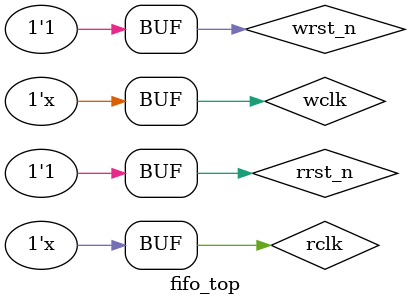
<source format=sv>
`include "fifo_if.sv"
`include "fifo_test.sv"

module fifo_top;
  parameter WCLK_PERIOD = 5;  // 100 MHz
  parameter RCLK_PERIOD = 7;  // ~71 MHz

  logic wclk, rclk, wrst_n, rrst_n;

  // Clock generation
  always #(WCLK_PERIOD) wclk = ~wclk;
  always #(RCLK_PERIOD) rclk = ~rclk;

  // Reset generation
  initial begin
    wclk = 0;
    rclk = 0;
    wrst_n = 0;
    rrst_n = 0;
    #(WCLK_PERIOD*2) wrst_n = 1;
    #(RCLK_PERIOD*2) rrst_n = 1;
  end

  // Instantiate interface and test
  fifo_if vif(wclk, rclk, wrst_n, rrst_n);
  fifo_test t1(vif);

  // Instantiate DUV
  asynchronous_fifo #(
    .DATA_WIDTH(8),
    .DEPTH(8)
  ) dut (
    .wclk(wclk),
    .wrst_n(wrst_n),
    .rclk(rclk),
    .rrst_n(rrst_n),
    .w_en(vif.w_en),
    .r_en(vif.r_en),
    .data_in(vif.data_in),
    .data_out(vif.data_out),
    .full(vif.full),
    .empty(vif.empty)
  );

endmodule
</source>
